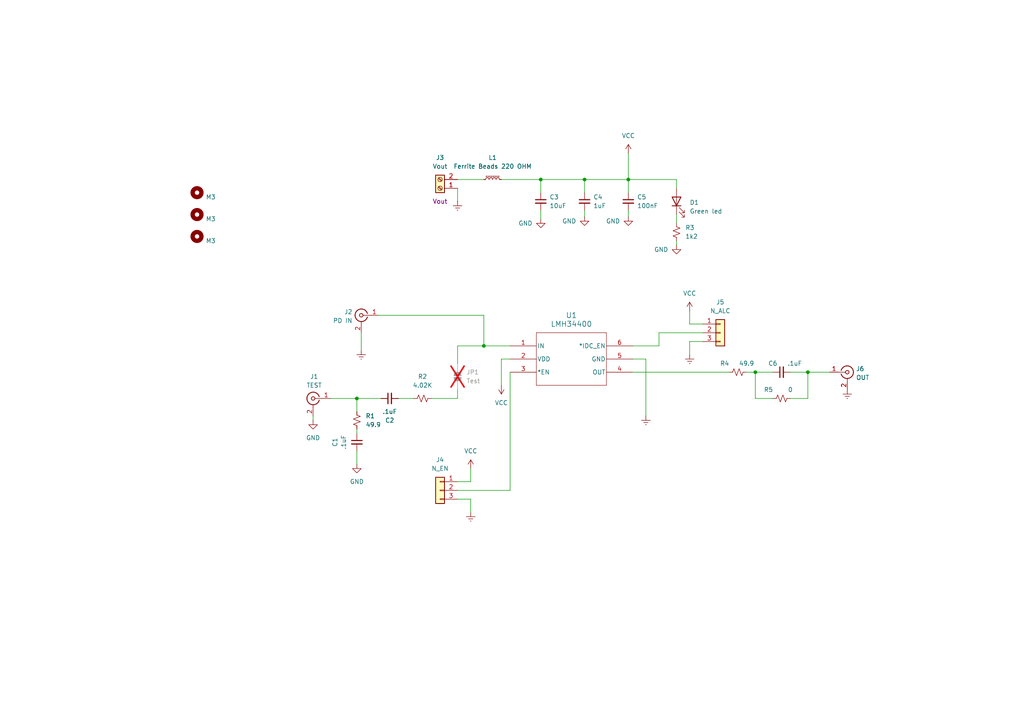
<source format=kicad_sch>
(kicad_sch (version 20231120) (generator "eeschema") (generator_version "8.0")
  (paper "A4")
  (lib_symbols
    (symbol "Connector:Conn_Coaxial" (pin_names (offset 1.016) hide)
      (property "Reference" "J" (at 0.254 3.048 0))
      (property "Value" "Conn_Coaxial" (at 2.921 0 90))
      (symbol "Conn_Coaxial_0_1"
        (arc (start -1.778 -0.508) (mid 0.2311 -1.8066) (end 1.778 0) (stroke (width 0.254)))
        (polyline (pts (xy -2.54 0) (xy -0.508 0)))
        (polyline (pts (xy 0 -2.54) (xy 0 -1.778)))
        (circle (center 0 0) (radius 0.508) (stroke (width 0.2032)))
        (arc (start 1.778 0) (mid 0.2099 1.8101) (end -1.778 0.508) (stroke (width 0.254)))
      )
      (symbol "Conn_Coaxial_1_1"
        (pin passive line (at -5.08 0 0) (length 2.54) (name "In") (number "1"))
        (pin passive line (at 0 -5.08 90) (length 2.54) (name "Ext") (number "2"))
      )
    )
    (symbol "Connector:Screw_Terminal_01x02" (pin_names (offset 1.016) hide)
      (property "Reference" "J" (at 0 2.54 0))
      (property "Value" "Screw_Terminal_01x02" (at 0 -5.08 0))
      (symbol "Screw_Terminal_01x02_1_1"
        (rectangle (start -1.27 1.27) (end 1.27 -3.81) (stroke (width 0.254)) (fill (type background)))
        (circle (center 0 -2.54) (radius 0.635) (stroke (width 0.1524)))
        (polyline (pts (xy -0.5334 -2.2098) (xy 0.3302 -3.048)) (stroke (width 0.1524)))
        (polyline (pts (xy -0.5334 0.3302) (xy 0.3302 -0.508)) (stroke (width 0.1524)))
        (polyline (pts (xy -0.3556 -2.032) (xy 0.508 -2.8702)) (stroke (width 0.1524)))
        (polyline (pts (xy -0.3556 0.508) (xy 0.508 -0.3302)) (stroke (width 0.1524)))
        (circle (center 0 0) (radius 0.635) (stroke (width 0.1524)))
        (pin passive line (at -5.08 0 0) (length 3.81) (name "Pin_1") (number "1"))
        (pin passive line (at -5.08 -2.54 0) (length 3.81) (name "Pin_2") (number "2"))
      )
    )
    (symbol "Connector_Generic:Conn_01x03" (pin_names (offset 1.016) hide)
      (property "Reference" "J" (at 0 5.08 0))
      (property "Value" "Conn_01x03" (at 0 -5.08 0))
      (symbol "Conn_01x03_1_1"
        (rectangle (start -1.27 -2.413) (end 0 -2.667) (stroke (width 0.1524)))
        (rectangle (start -1.27 0.127) (end 0 -0.127) (stroke (width 0.1524)))
        (rectangle (start -1.27 2.667) (end 0 2.413) (stroke (width 0.1524)))
        (rectangle (start -1.27 3.81) (end 1.27 -3.81) (stroke (width 0.254)) (fill (type background)))
        (pin passive line (at -5.08 2.54 0) (length 3.81) (name "Pin_1") (number "1"))
        (pin passive line (at -5.08 0 0) (length 3.81) (name "Pin_2") (number "2"))
        (pin passive line (at -5.08 -2.54 0) (length 3.81) (name "Pin_3") (number "3"))
      )
    )
    (symbol "Device:C_Small" (pin_numbers hide) (pin_names (offset 0.254) hide)
      (property "Reference" "C" (at 0.254 1.778 0))
      (property "Value" "C_Small" (at 0.254 -2.032 0))
      (symbol "C_Small_0_1"
        (polyline (pts (xy -1.524 -0.508) (xy 1.524 -0.508)) (stroke (width 0.3302)))
        (polyline (pts (xy -1.524 0.508) (xy 1.524 0.508)) (stroke (width 0.3048)))
      )
      (symbol "C_Small_1_1"
        (pin passive line (at 0 2.54 270) (length 2.032) (name "~") (number "1"))
        (pin passive line (at 0 -2.54 90) (length 2.032) (name "~") (number "2"))
      )
    )
    (symbol "Device:LED" (pin_numbers hide) (pin_names (offset 1.016) hide)
      (property "Reference" "D" (at 0 2.54 0))
      (property "Value" "LED" (at 0 -2.54 0))
      (symbol "LED_0_1"
        (polyline (pts (xy -1.27 -1.27) (xy -1.27 1.27)) (stroke (width 0.254)))
        (polyline (pts (xy -1.27 0) (xy 1.27 0)))
        (polyline (pts (xy 1.27 -1.27) (xy 1.27 1.27) (xy -1.27 0) (xy 1.27 -1.27)) (stroke (width 0.254)))
        (polyline (pts (xy -3.048 -0.762) (xy -4.572 -2.286) (xy -3.81 -2.286) (xy -4.572 -2.286) (xy -4.572 -1.524)))
        (polyline (pts (xy -1.778 -0.762) (xy -3.302 -2.286) (xy -2.54 -2.286) (xy -3.302 -2.286) (xy -3.302 -1.524)))
      )
      (symbol "LED_1_1"
        (pin passive line (at -3.81 0 0) (length 2.54) (name "K") (number "1"))
        (pin passive line (at 3.81 0 180) (length 2.54) (name "A") (number "2"))
      )
    )
    (symbol "Device:L_Ferrite_Small" (pin_numbers hide) (pin_names (offset 0.254) hide)
      (property "Reference" "L" (at 1.27 1.016 0))
      (property "Value" "L_Ferrite_Small" (at 1.27 -1.27 0))
      (symbol "L_Ferrite_Small_0_1"
        (arc (start 0 -2.032) (mid 0.5058 -1.524) (end 0 -1.016))
        (arc (start 0 -1.016) (mid 0.5058 -0.508) (end 0 0))
        (polyline (pts (xy 0.762 -1.905) (xy 0.762 -1.651)))
        (polyline (pts (xy 0.762 -1.397) (xy 0.762 -1.143)))
        (polyline (pts (xy 0.762 -0.889) (xy 0.762 -0.635)))
        (polyline (pts (xy 0.762 -0.381) (xy 0.762 -0.127)))
        (polyline (pts (xy 0.762 0.127) (xy 0.762 0.381)))
        (polyline (pts (xy 0.762 0.635) (xy 0.762 0.889)))
        (polyline (pts (xy 0.762 1.143) (xy 0.762 1.397)))
        (polyline (pts (xy 0.762 1.651) (xy 0.762 1.905)))
        (polyline (pts (xy 1.016 -1.651) (xy 1.016 -1.905)))
        (polyline (pts (xy 1.016 -1.143) (xy 1.016 -1.397)))
        (polyline (pts (xy 1.016 -0.635) (xy 1.016 -0.889)))
        (polyline (pts (xy 1.016 -0.127) (xy 1.016 -0.381)))
        (polyline (pts (xy 1.016 0.381) (xy 1.016 0.127)))
        (polyline (pts (xy 1.016 0.889) (xy 1.016 0.635)))
        (polyline (pts (xy 1.016 1.397) (xy 1.016 1.143)))
        (polyline (pts (xy 1.016 1.905) (xy 1.016 1.651)))
        (arc (start 0 0) (mid 0.5058 0.508) (end 0 1.016))
        (arc (start 0 1.016) (mid 0.5058 1.524) (end 0 2.032))
      )
      (symbol "L_Ferrite_Small_1_1"
        (pin passive line (at 0 2.54 270) (length 0.508) (name "~") (number "1"))
        (pin passive line (at 0 -2.54 90) (length 0.508) (name "~") (number "2"))
      )
    )
    (symbol "Device:R_Small_US" (pin_numbers hide) (pin_names (offset 0.254) hide)
      (property "Reference" "R" (at 0.762 0.508 0))
      (property "Value" "R_Small_US" (at 0.762 -1.016 0))
      (symbol "R_Small_US_1_1"
        (polyline (pts (xy 0 0) (xy 1.016 -0.381) (xy 0 -0.762) (xy -1.016 -1.143) (xy 0 -1.524)))
        (polyline (pts (xy 0 1.524) (xy 1.016 1.143) (xy 0 0.762) (xy -1.016 0.381) (xy 0 0)))
        (pin passive line (at 0 2.54 270) (length 1.016) (name "~") (number "1"))
        (pin passive line (at 0 -2.54 90) (length 1.016) (name "~") (number "2"))
      )
    )
    (symbol "Jumper:SolderJumper_2_Open" (pin_numbers hide) (pin_names (offset 0) hide) (exclude_from_sim yes) (in_bom no)
      (property "Reference" "JP" (at 0 2.032 0))
      (property "Value" "SolderJumper_2_Open" (at 0 -2.54 0))
      (symbol "SolderJumper_2_Open_0_1"
        (arc (start -0.254 1.016) (mid -1.2656 0) (end -0.254 -1.016))
        (arc (start -0.254 1.016) (mid -1.2656 0) (end -0.254 -1.016) (fill (type outline)))
        (polyline (pts (xy -0.254 1.016) (xy -0.254 -1.016)))
        (polyline (pts (xy 0.254 1.016) (xy 0.254 -1.016)))
        (arc (start 0.254 -1.016) (mid 1.2656 0) (end 0.254 1.016))
        (arc (start 0.254 -1.016) (mid 1.2656 0) (end 0.254 1.016) (fill (type outline)))
      )
      (symbol "SolderJumper_2_Open_1_1"
        (pin passive line (at -3.81 0 0) (length 2.54) (name "A") (number "1"))
        (pin passive line (at 3.81 0 180) (length 2.54) (name "B") (number "2"))
      )
    )
    (symbol "LumiCom_TIA:XLMH34400IDRLR" (pin_names (offset 0.254))
      (property "Reference" "U" (at 5.08 12.7 0))
      (property "Value" "XLMH34400IDRLR" (at 5.08 10.16 0))
      (symbol "XLMH34400IDRLR_0_1"
        (polyline (pts (xy -10.16 -7.62) (xy 10.16 -7.62)) (stroke (width 0.127)))
        (polyline (pts (xy -10.16 7.62) (xy -10.16 -7.62)) (stroke (width 0.127)))
        (polyline (pts (xy 10.16 -7.62) (xy 10.16 7.62)) (stroke (width 0.127)))
        (polyline (pts (xy 10.16 7.62) (xy -10.16 7.62)) (stroke (width 0.127)))
        (pin input line (at -17.78 3.81 0) (length 7.62) (name "IN") (number "1"))
        (pin power_in line (at -17.78 0 0) (length 7.62) (name "VDD") (number "2"))
        (pin input line (at -17.78 -3.81 0) (length 7.62) (name "*EN") (number "3"))
        (pin output line (at 17.78 -3.81 180) (length 7.62) (name "OUT") (number "4"))
        (pin power_out line (at 17.78 0 180) (length 7.62) (name "GND") (number "5"))
        (pin input line (at 17.78 3.81 180) (length 7.62) (name "*IDC_EN") (number "6"))
      )
    )
    (symbol "Mechanical:MountingHole" (pin_names (offset 1.016)) (exclude_from_sim yes) (in_bom no)
      (property "Reference" "H" (at 0 5.08 0))
      (property "Value" "MountingHole" (at 0 3.175 0))
      (symbol "MountingHole_0_1"
        (circle (center 0 0) (radius 1.27) (stroke (width 1.27)))
      )
    )
    (symbol "power:Earth" (power) (pin_numbers hide) (pin_names (offset 0) hide)
      (property "Value" "Earth" (at 0 -3.81 0))
      (symbol "Earth_0_1"
        (polyline (pts (xy -0.635 -1.905) (xy 0.635 -1.905)))
        (polyline (pts (xy -0.127 -2.54) (xy 0.127 -2.54)))
        (polyline (pts (xy 0 -1.27) (xy 0 0)))
        (polyline (pts (xy 1.27 -1.27) (xy -1.27 -1.27)))
      )
      (symbol "Earth_1_1"
        (pin power_in line (at 0 0 270) (length 0) (name "~") (number "1"))
      )
    )
    (symbol "power:GND" (power) (pin_numbers hide) (pin_names (offset 0) hide)
      (property "Value" "GND" (at 0 -3.81 0))
      (symbol "GND_0_1"
        (polyline (pts (xy 0 0) (xy 0 -1.27) (xy 1.27 -1.27) (xy 0 -2.54) (xy -1.27 -1.27) (xy 0 -1.27)))
      )
      (symbol "GND_1_1"
        (pin power_in line (at 0 0 270) (length 0) (name "~") (number "1"))
      )
    )
    (symbol "power:VCC" (power) (pin_numbers hide) (pin_names (offset 0) hide)
      (property "Value" "VCC" (at 0 3.556 0))
      (symbol "VCC_0_1"
        (polyline (pts (xy -0.762 1.27) (xy 0 2.54)))
        (polyline (pts (xy 0 0) (xy 0 2.54)))
        (polyline (pts (xy 0 2.54) (xy 0.762 1.27)))
      )
      (symbol "VCC_1_1"
        (pin power_in line (at 0 0 90) (length 0) (name "~") (number "1"))
      )
    )
  )
  (junction (at 140.335 100.33))
  (junction (at 182.245 52.07))
  (junction (at 219.075 107.95))
  (junction (at 169.545 52.07))
  (junction (at 103.505 115.57))
  (junction (at 234.315 107.95))
  (junction (at 156.845 52.07))
  (wire (pts (xy 145.415 111.76) (xy 145.415 104.14)))
  (wire (pts (xy 182.245 60.96) (xy 182.245 62.865)))
  (wire (pts (xy 229.235 115.57) (xy 234.315 115.57)))
  (wire (pts (xy 169.545 55.88) (xy 169.545 52.07)))
  (wire (pts (xy 95.885 115.57) (xy 103.505 115.57)))
  (wire (pts (xy 196.215 54.61) (xy 196.215 52.07)))
  (wire (pts (xy 132.715 113.03) (xy 132.715 115.57)))
  (wire (pts (xy 203.835 93.98) (xy 200.025 93.98)))
  (wire (pts (xy 140.335 100.33) (xy 147.955 100.33)))
  (wire (pts (xy 169.545 52.07) (xy 182.245 52.07)))
  (wire (pts (xy 103.505 115.57) (xy 110.49 115.57)))
  (wire (pts (xy 219.075 107.95) (xy 224.155 107.95)))
  (wire (pts (xy 132.715 54.61) (xy 132.715 58.42)))
  (wire (pts (xy 136.525 139.7) (xy 136.525 135.89)))
  (wire (pts (xy 182.245 55.88) (xy 182.245 52.07)))
  (wire (pts (xy 156.845 52.07) (xy 169.545 52.07)))
  (wire (pts (xy 115.57 115.57) (xy 120.015 115.57)))
  (wire (pts (xy 200.025 99.06) (xy 200.025 102.87)))
  (wire (pts (xy 191.135 96.52) (xy 203.835 96.52)))
  (wire (pts (xy 234.315 107.95) (xy 234.315 115.57)))
  (wire (pts (xy 200.025 93.98) (xy 200.025 90.17)))
  (wire (pts (xy 203.835 99.06) (xy 200.025 99.06)))
  (wire (pts (xy 240.665 107.95) (xy 234.315 107.95)))
  (wire (pts (xy 191.135 100.33) (xy 191.135 96.52)))
  (wire (pts (xy 183.515 104.14) (xy 187.325 104.14)))
  (wire (pts (xy 224.155 115.57) (xy 219.075 115.57)))
  (wire (pts (xy 103.505 134.62) (xy 103.505 130.81)))
  (wire (pts (xy 132.715 100.33) (xy 140.335 100.33)))
  (wire (pts (xy 132.715 52.07) (xy 140.335 52.07)))
  (wire (pts (xy 140.335 91.44) (xy 140.335 100.33)))
  (wire (pts (xy 156.845 60.96) (xy 156.845 63.5)))
  (wire (pts (xy 196.215 71.12) (xy 196.215 69.85)))
  (wire (pts (xy 145.415 104.14) (xy 147.955 104.14)))
  (wire (pts (xy 182.245 44.45) (xy 182.245 52.07)))
  (wire (pts (xy 156.845 52.07) (xy 156.845 55.88)))
  (wire (pts (xy 183.515 107.95) (xy 211.455 107.95)))
  (wire (pts (xy 103.505 125.73) (xy 103.505 124.46)))
  (wire (pts (xy 90.805 121.92) (xy 90.805 120.65)))
  (wire (pts (xy 187.325 104.14) (xy 187.325 120.65)))
  (wire (pts (xy 103.505 119.38) (xy 103.505 115.57)))
  (wire (pts (xy 132.715 139.7) (xy 136.525 139.7)))
  (wire (pts (xy 104.775 96.52) (xy 104.775 101.6)))
  (wire (pts (xy 196.215 52.07) (xy 182.245 52.07)))
  (wire (pts (xy 132.715 115.57) (xy 125.095 115.57)))
  (wire (pts (xy 183.515 100.33) (xy 191.135 100.33)))
  (wire (pts (xy 145.415 52.07) (xy 156.845 52.07)))
  (wire (pts (xy 196.215 64.77) (xy 196.215 62.23)))
  (wire (pts (xy 169.545 60.96) (xy 169.545 62.865)))
  (wire (pts (xy 109.855 91.44) (xy 140.335 91.44)))
  (wire (pts (xy 147.955 142.24) (xy 147.955 107.95)))
  (wire (pts (xy 216.535 107.95) (xy 219.075 107.95)))
  (wire (pts (xy 136.525 144.78) (xy 136.525 148.59)))
  (wire (pts (xy 132.715 100.33) (xy 132.715 105.41)))
  (wire (pts (xy 132.715 142.24) (xy 147.955 142.24)))
  (wire (pts (xy 219.075 115.57) (xy 219.075 107.95)))
  (wire (pts (xy 132.715 144.78) (xy 136.525 144.78)))
  (wire (pts (xy 234.315 107.95) (xy 229.235 107.95)))
  (symbol (lib_id "Connector_Generic:Conn_01x03") (at 208.915 96.52 0) (unit 1)
    (property "Reference" "J5" (at 208.915 87.63 0))
    (property "Value" "N_ALC" (at 208.915 90.17 0))
    (property "Footprint" "Connector_PinHeader_2.54mm:PinHeader_1x03_P2.54mm_Vertical" (effects (hide yes)))
    (property "Description" "3 way jumper. 2,54mm pitch pin header" (effects (hide yes)))
  )
  (symbol (lib_id "power:VCC") (at 145.415 111.76 180) (unit 1)
    (property "Reference" "#PWR07" (effects (hide yes)))
    (property "Value" "VCC" (at 145.415 116.84 0))
    (property "Description" "Power symbol creates a global label with name \"VCC\"" (effects (hide yes)))
  )
  (symbol (lib_id "power:Earth") (at 200.025 102.87 0) (mirror y) (unit 1)
    (property "Reference" "#PWR015" (effects (hide yes)))
    (property "Value" "GND" (effects (hide yes)))
  )
  (symbol (lib_id "Mechanical:MountingHole") (at 57.15 55.88 0) (unit 1) (exclude_from_sim yes) (in_bom no)
    (property "Reference" "H1" (effects (hide yes)))
    (property "Value" "M3" (at 59.69 57.1499 0) (effects (justify left)))
    (property "Footprint" "MountingHole:MountingHole_3.2mm_M3_DIN965" (effects (hide yes)))
    (property "Description" "M3 Mounting Hole" (effects (hide yes)))
  )
  (symbol (lib_id "power:Earth") (at 187.325 120.65 0) (mirror y) (unit 1)
    (property "Reference" "#PWR012" (effects (hide yes)))
    (property "Value" "GND" (effects (hide yes)))
  )
  (symbol (lib_id "power:VCC") (at 182.245 44.45 0) (unit 1)
    (property "Reference" "#PWR010" (effects (hide yes)))
    (property "Value" "VCC" (at 182.245 39.37 0))
    (property "Description" "Power symbol creates a global label with name \"VCC\"" (effects (hide yes)))
  )
  (symbol (lib_id "power:Earth") (at 136.525 148.59 0) (unit 1)
    (property "Reference" "#PWR06" (effects (hide yes)))
    (property "Value" "GND" (effects (hide yes)))
  )
  (symbol (lib_id "Device:L_Ferrite_Small") (at 142.875 52.07 90) (unit 1)
    (property "Reference" "L1" (at 142.875 45.72 90))
    (property "Value" " Ferrite Beads 220 OHM " (at 142.875 48.26 90))
    (property "Footprint" "Inductor_SMD:L_0603_1608Metric_Pad1.05x0.95mm_HandSolder" (effects (hide yes)))
    (property "Datasheet" "https://www.mouser.com/datasheet/2/281/ENFA0003-1915778.pdf" (effects (hide yes)))
    (property "Description" " Ferrite Beads 220 OHM 25% Alternate Sizing Guide Below " (effects (hide yes)))
    (property "Manufacturer" "Murata Electronics " (effects (hide yes)))
    (property "Manufacturer Part Number" " BLM18KG221SN1D " (effects (hide yes)))
    (property "Mouser Part Number" " 81-BLM18KG221SN1D " (effects (hide yes)))
  )
  (symbol (lib_id "power:VCC") (at 136.525 135.89 0) (unit 1)
    (property "Reference" "#PWR05" (effects (hide yes)))
    (property "Value" "VCC" (at 136.525 130.81 0))
    (property "Description" "Power symbol creates a global label with name \"VCC\"" (effects (hide yes)))
  )
  (symbol (lib_id "Mechanical:MountingHole") (at 57.15 62.23 0) (unit 1) (exclude_from_sim yes) (in_bom no)
    (property "Reference" "H2" (effects (hide yes)))
    (property "Value" "M3" (at 59.69 63.4999 0) (effects (justify left)))
    (property "Footprint" "MountingHole:MountingHole_3.2mm_M3_DIN965" (effects (hide yes)))
    (property "Description" "M3 Mounting Hole" (effects (hide yes)))
  )
  (symbol (lib_id "power:GND") (at 169.545 62.865 0) (unit 1)
    (property "Reference" "#PWR09" (effects (hide yes)))
    (property "Value" "GND" (at 165.1 64.135 0))
    (property "Description" "Power symbol creates a global label with name \"GND\" , ground" (effects (hide yes)))
  )
  (symbol (lib_id "Device:C_Small") (at 169.545 58.42 0) (unit 1)
    (property "Reference" "C4" (at 172.085 57.1562 0) (effects (justify left)))
    (property "Value" "1uF" (at 172.085 59.6962 0) (effects (justify left)))
    (property "Footprint" "Capacitor_SMD:C_0603_1608Metric_Pad1.08x0.95mm_HandSolder" (effects (hide yes)))
    (property "Datasheet" "https://www.mouser.com/datasheet/2/585/MLCC-1837944.pdf" (effects (hide yes)))
    (property "Description" "1uF+/-10% 10V X7R 16 0603" (effects (hide yes)))
    (property "Manufacturer" "Samsung Electro-Mechanics" (effects (hide yes)))
    (property "Manufacturer Part Number" " CL10B105KP8NNNC " (effects (hide yes)))
    (property "Mouser Part Number" " 187-CL10B105KP8NNNC " (effects (hide yes)))
  )
  (symbol (lib_id "Device:R_Small_US") (at 122.555 115.57 90) (unit 1)
    (property "Reference" "R2" (at 122.555 109.22 90))
    (property "Value" "4.02K" (at 122.555 111.76 90))
    (property "Footprint" "Resistor_SMD:R_0603_1608Metric_Pad0.98x0.95mm_HandSolder" (effects (hide yes)))
    (property "Datasheet" "https://www.vishay.com/doc?28705" (effects (hide yes)))
    (property "Description" "0603-50 1% P5 4K02 " (effects (hide yes)))
    (property "Manufacturer" " Vishay / Beyschlag " (effects (hide yes)))
    (property "Manufacturer Part Number" " MCT06030C4021FP500 " (effects (hide yes)))
    (property "Mouser Part Number" " 594-MCT06030C4021FP5 " (effects (hide yes)))
  )
  (symbol (lib_id "Connector:Screw_Terminal_01x02") (at 127.635 54.61 180) (unit 1)
    (property "Reference" "J3" (at 127.635 45.72 0))
    (property "Value" "Vout" (at 127.635 48.26 0))
    (property "Footprint" "TerminalBlock_Phoenix:TerminalBlock_Phoenix_MKDS-1,5-2_1x02_P5.00mm_Horizontal" (effects (hide yes)))
    (property "Description" "Vout" (at 127.635 58.42 0))
  )
  (symbol (lib_id "Connector:Conn_Coaxial") (at 90.805 115.57 0) (mirror y) (unit 1)
    (property "Reference" "J1" (at 91.1224 109.22 0))
    (property "Value" "TEST" (at 91.1224 111.76 0))
    (property "Footprint" "Connector_Coaxial:SMA_Samtec_SMA-J-P-X-ST-EM1_EdgeMount" (effects (hide yes)))
    (property "Datasheet" " ~" (effects (hide yes)))
    (property "Description" "SMA edge" (effects (hide yes)))
  )
  (symbol (lib_id "Jumper:SolderJumper_2_Open") (at 132.715 109.22 90) (unit 1) (exclude_from_sim yes) (dnp yes)
    (property "Reference" "JP1" (at 135.255 107.9499 90) (effects (justify right)))
    (property "Value" "Test" (at 135.255 110.4899 90) (effects (justify right)))
    (property "Footprint" "Resistor_SMD:R_0603_1608Metric_Pad0.98x0.95mm_HandSolder" (effects (hide yes)))
    (property "Datasheet" "https://www.vishay.com/doc?28952" (effects (hide yes)))
    (property "Description" " Thin Film Resistors .1W ZEROohm Jumper " (effects (hide yes)))
    (property "Manufacturer" " Vishay / Beyschlag " (effects (hide yes)))
    (property "Manufacturer Part Number" " MCT0603MZ0000ZP500 " (effects (hide yes)))
    (property "Mouser Part Number" " 594-MCT0603MZ0000ZP5 " (effects (hide yes)))
  )
  (symbol (lib_id "Device:LED") (at 196.215 58.42 90) (unit 1)
    (property "Reference" "D1" (at 200.025 58.7374 90) (effects (justify right)))
    (property "Value" "Green led" (at 200.025 61.2774 90) (effects (justify right)))
    (property "Footprint" "LumiCom_TIA:LEDC1608X80N" (effects (hide yes)))
    (property "Datasheet" "https://www.we-online.com/components/products/datasheet/150060VS75000.pdf" (effects (hide yes)))
    (property "Description" " Single Color LEDs WL-SMCW SMDMono TpVw Waterclr 0603 BrtGrn " (effects (hide yes)))
    (property "Manufacturer" "Wurth Elektronik " (effects (hide yes)))
    (property "Manufacturer Part Number" " 150060VS75000 " (effects (hide yes)))
    (property "Mouser Part Number" " 710-150060VS75000 " (effects (hide yes)))
  )
  (symbol (lib_id "Device:C_Small") (at 103.505 128.27 0) (mirror y) (unit 1)
    (property "Reference" "C1" (at 97.155 128.2763 90))
    (property "Value" ".1uF" (at 99.695 128.2763 90))
    (property "Footprint" "Capacitor_SMD:C_0402_1005Metric_Pad0.74x0.62mm_HandSolder" (effects (hide yes)))
    (property "Datasheet" "https://www.mouser.com/datasheet/2/40/530L-3392686.pdf" (effects (hide yes)))
    (property "Description" "16V 100nF 10% 0402" (effects (hide yes)))
    (property "Manufacturer" "KYOCERA AVX " (effects (hide yes)))
    (property "Manufacturer Part Number" "530L104KT16 " (effects (hide yes)))
    (property "Mouser Part Number" " 581-530L104KT16 " (effects (hide yes)))
  )
  (symbol (lib_id "Connector:Conn_Coaxial") (at 104.775 91.44 0) (mirror y) (unit 1)
    (property "Reference" "J2" (at 102.235 90.4631 0) (effects (justify left)))
    (property "Value" "PD IN" (at 102.235 93.0031 0) (effects (justify left)))
    (property "Footprint" "Connector_Coaxial:SMA_Samtec_SMA-J-P-X-ST-EM1_EdgeMount" (effects (hide yes)))
    (property "Datasheet" " ~" (effects (hide yes)))
    (property "Description" "SMA edge" (effects (hide yes)))
  )
  (symbol (lib_id "LumiCom_TIA:XLMH34400IDRLR") (at 165.735 104.14 0) (unit 1)
    (property "Reference" "U1" (at 165.735 91.44 0) (effects (font (size 1.524 1.524))))
    (property "Value" "LMH34400" (at 165.735 93.98 0) (effects (font (size 1.524 1.524))))
    (property "Footprint" "LumiCom_TIA:SOT5X3-6_DRL_TEX" (effects (hide yes)))
    (property "Datasheet" "https://www.ti.com/lit/gpn/lmh34400" (effects (hide yes)))
    (property "Description" " Transimpedance Amplifiers 240-MHz, single-ended, transimpedance amplifier with integrated clamp and ambient light cancellation 6-SOT-5X3 -40 to 125 " (effects (hide yes)))
    (property "Manufacturer" " Texas Instruments " (effects (hide yes)))
    (property "Manufacturer Part Number" " LMH34400IDRLR " (effects (hide yes)))
    (property "Mouser Part Number" " 595-LMH34400IDRLR " (effects (hide yes)))
  )
  (symbol (lib_id "power:GND") (at 156.845 63.5 0) (unit 1)
    (property "Reference" "#PWR08" (effects (hide yes)))
    (property "Value" "GND" (at 152.4 64.77 0))
    (property "Description" "Power symbol creates a global label with name \"GND\" , ground" (effects (hide yes)))
  )
  (symbol (lib_id "power:Earth") (at 104.775 101.6 0) (unit 1)
    (property "Reference" "#PWR03" (effects (hide yes)))
    (property "Value" "GND" (effects (hide yes)))
  )
  (symbol (lib_id "power:GND") (at 90.805 121.92 0) (unit 1)
    (property "Reference" "#PWR01" (effects (hide yes)))
    (property "Value" "GND" (at 90.805 127 0))
    (property "Description" "Power symbol creates a global label with name \"GND\" , ground" (effects (hide yes)))
  )
  (symbol (lib_id "power:VCC") (at 200.025 90.17 0) (mirror y) (unit 1)
    (property "Reference" "#PWR014" (effects (hide yes)))
    (property "Value" "VCC" (at 200.025 85.09 0))
    (property "Description" "Power symbol creates a global label with name \"VCC\"" (effects (hide yes)))
  )
  (symbol (lib_id "Device:R_Small_US") (at 103.505 121.92 0) (unit 1)
    (property "Reference" "R1" (at 106.045 120.6499 0) (effects (justify left)))
    (property "Value" "49.9" (at 106.045 123.1899 0) (effects (justify left)))
    (property "Footprint" "Resistor_SMD:R_0603_1608Metric_Pad0.98x0.95mm_HandSolder" (effects (hide yes)))
    (property "Datasheet" "https://www.vishay.com/doc?28705" (effects (hide yes)))
    (property "Description" "49.9ohm 1% 0603 50ppm Auto" (effects (hide yes)))
    (property "Manufacturer" "Vishay / Beyschlag" (effects (hide yes)))
    (property "Manufacturer Part Number" "MCT06030C4999FP500" (effects (hide yes)))
    (property "Mouser Part Number" " 594-MCT06030C4999FP5 " (effects (hide yes)))
  )
  (symbol (lib_id "Device:C_Small") (at 156.845 58.42 0) (unit 1)
    (property "Reference" "C3" (at 159.385 57.1562 0) (effects (justify left)))
    (property "Value" "10uF" (at 159.385 59.6962 0) (effects (justify left)))
    (property "Footprint" "Capacitor_SMD:C_0603_1608Metric_Pad1.08x0.95mm_HandSolder" (effects (hide yes)))
    (property "Datasheet" "https://www.mouser.com/datasheet/2/281/1/GRM188Z71A106MA73_01A-1986046.pdf" (effects (hide yes)))
    (property "Description" "10 uF 10 VDC 20% 0603 X7R" (effects (hide yes)))
    (property "Manufacturer" "Murata Electronics " (effects (hide yes)))
    (property "Manufacturer Part Number" "GRM188Z71A106MA73D" (effects (hide yes)))
    (property "Mouser Part Number" " 81-GRM188Z71A106MA3D " (effects (hide yes)))
  )
  (symbol (lib_id "Mechanical:MountingHole") (at 57.15 68.58 0) (unit 1) (exclude_from_sim yes) (in_bom no)
    (property "Reference" "H3" (effects (hide yes)))
    (property "Value" "M3" (at 59.69 69.8499 0) (effects (justify left)))
    (property "Footprint" "MountingHole:MountingHole_3.2mm_M3_DIN965" (effects (hide yes)))
    (property "Description" "M3 Mounting Hole" (effects (hide yes)))
  )
  (symbol (lib_id "Device:C_Small") (at 182.245 58.42 0) (unit 1)
    (property "Reference" "C5" (at 184.785 57.1562 0) (effects (justify left)))
    (property "Value" "100nF" (at 184.785 59.6962 0) (effects (justify left)))
    (property "Footprint" "Capacitor_SMD:C_0603_1608Metric_Pad1.08x0.95mm_HandSolder" (effects (hide yes)))
    (property "Datasheet" "https://www.mouser.com/datasheet/2/585/MLCC-1837944.pdf" (effects (hide yes)))
    (property "Description" "100nF+/-10% 16V X7R 0603" (effects (hide yes)))
    (property "Manufacturer" "Samsung Electro-Mechanics" (effects (hide yes)))
    (property "Manufacturer Part Number" "CL10B104KO8NFNC" (effects (hide yes)))
    (property "Mouser Part Number" " 187-CL10B104KO8NFNC " (effects (hide yes)))
  )
  (symbol (lib_id "Device:C_Small") (at 226.695 107.95 90) (unit 1)
    (property "Reference" "C6" (at 224.155 105.41 90))
    (property "Value" ".1uF" (at 230.505 105.41 90))
    (property "Footprint" "Capacitor_SMD:C_0402_1005Metric_Pad0.74x0.62mm_HandSolder" (effects (hide yes)))
    (property "Datasheet" "https://www.mouser.com/datasheet/2/40/530L-3392686.pdf" (effects (hide yes)))
    (property "Description" "16V 100nF 10% 0402" (effects (hide yes)))
    (property "Manufacturer" "KYOCERA AVX " (effects (hide yes)))
    (property "Manufacturer Part Number" "530L104KT16 " (effects (hide yes)))
    (property "Mouser Part Number" " 581-530L104KT16 " (effects (hide yes)))
  )
  (symbol (lib_id "power:GND") (at 103.505 134.62 0) (unit 1)
    (property "Reference" "#PWR02" (effects (hide yes)))
    (property "Value" "GND" (at 103.505 139.7 0))
    (property "Description" "Power symbol creates a global label with name \"GND\" , ground" (effects (hide yes)))
  )
  (symbol (lib_id "power:Earth") (at 245.745 113.03 0) (mirror y) (unit 1)
    (property "Reference" "#PWR016" (effects (hide yes)))
    (property "Value" "GND" (effects (hide yes)))
  )
  (symbol (lib_id "power:GND") (at 182.245 62.865 0) (unit 1)
    (property "Reference" "#PWR011" (effects (hide yes)))
    (property "Value" "GND" (at 177.8 64.135 0))
    (property "Description" "Power symbol creates a global label with name \"GND\" , ground" (effects (hide yes)))
  )
  (symbol (lib_id "power:Earth") (at 132.715 58.42 0) (unit 1)
    (property "Reference" "#PWR04" (effects (hide yes)))
    (property "Value" "GND" (effects (hide yes)))
  )
  (symbol (lib_id "Device:R_Small_US") (at 196.215 67.31 0) (unit 1)
    (property "Reference" "R3" (at 198.755 66.0399 0) (effects (justify left)))
    (property "Value" "1k2" (at 198.755 68.5799 0) (effects (justify left)))
    (property "Footprint" "Resistor_SMD:R_0603_1608Metric_Pad0.98x0.95mm_HandSolder" (effects (hide yes)))
    (property "Datasheet" "https://www.vishay.com/doc?28773" (effects (hide yes)))
    (property "Description" "1/8Watt 1.2Kohms 1% Commercial Use" (effects (hide yes)))
    (property "Manufacturer" "Vishay / Dale" (effects (hide yes)))
    (property "Manufacturer Part Number" "CRCW08051K20FKEAC" (effects (hide yes)))
    (property "Mouser Part Number" " 71-CRCW08051K20FKEAC " (effects (hide yes)))
  )
  (symbol (lib_id "Device:C_Small") (at 113.03 115.57 90) (mirror x) (unit 1)
    (property "Reference" "C2" (at 113.0363 121.92 90))
    (property "Value" ".1uF" (at 113.0363 119.38 90))
    (property "Footprint" "Capacitor_SMD:C_0402_1005Metric_Pad0.74x0.62mm_HandSolder" (effects (hide yes)))
    (property "Datasheet" "https://www.mouser.com/datasheet/2/40/530L-3392686.pdf" (effects (hide yes)))
    (property "Description" "16V 100nF 10% 0402" (effects (hide yes)))
    (property "Manufacturer" "KYOCERA AVX " (effects (hide yes)))
    (property "Manufacturer Part Number" "530L104KT16 " (effects (hide yes)))
    (property "Mouser Part Number" " 581-530L104KT16 " (effects (hide yes)))
  )
  (symbol (lib_id "Device:R_Small_US") (at 213.995 107.95 90) (unit 1)
    (property "Reference" "R4" (at 210.185 105.41 90))
    (property "Value" "49.9" (at 216.535 105.41 90))
    (property "Footprint" "Resistor_SMD:R_0603_1608Metric_Pad0.98x0.95mm_HandSolder" (effects (hide yes)))
    (property "Datasheet" "https://www.vishay.com/doc?28705" (effects (hide yes)))
    (property "Description" "49.9ohm 1% 0603 50ppm Auto" (effects (hide yes)))
    (property "Manufacturer" "Vishay / Beyschlag" (effects (hide yes)))
    (property "Manufacturer Part Number" "MCT06030C4999FP500" (effects (hide yes)))
    (property "Mouser Part Number" " 594-MCT06030C4999FP5 " (effects (hide yes)))
  )
  (symbol (lib_id "Connector:Conn_Coaxial") (at 245.745 107.95 0) (unit 1)
    (property "Reference" "J6" (at 248.285 106.9731 0) (effects (justify left)))
    (property "Value" "OUT" (at 248.285 109.5131 0) (effects (justify left)))
    (property "Footprint" "Connector_Coaxial:SMA_Samtec_SMA-J-P-X-ST-EM1_EdgeMount" (effects (hide yes)))
    (property "Datasheet" " ~" (effects (hide yes)))
    (property "Description" "SMA edge" (effects (hide yes)))
  )
  (symbol (lib_id "power:GND") (at 196.215 71.12 0) (unit 1)
    (property "Reference" "#PWR013" (effects (hide yes)))
    (property "Value" "GND" (at 191.77 72.39 0))
    (property "Description" "Power symbol creates a global label with name \"GND\" , ground" (effects (hide yes)))
  )
  (symbol (lib_id "Device:R_Small_US") (at 226.695 115.57 90) (unit 1)
    (property "Reference" "R5" (at 222.885 113.03 90))
    (property "Value" "0" (at 229.235 113.03 90))
    (property "Footprint" "Resistor_SMD:R_0603_1608Metric_Pad0.98x0.95mm_HandSolder" (effects (hide yes)))
    (property "Datasheet" "https://www.vishay.com/doc?28952" (effects (hide yes)))
    (property "Description" " Thin Film Resistors .1W ZEROohm Jumper " (effects (hide yes)))
    (property "Manufacturer" " Vishay / Beyschlag " (effects (hide yes)))
    (property "Manufacturer Part Number" " MCT0603MZ0000ZP500 " (effects (hide yes)))
    (property "Mouser Part Number" " 594-MCT0603MZ0000ZP5 " (effects (hide yes)))
  )
  (symbol (lib_id "Connector_Generic:Conn_01x03") (at 127.635 142.24 0) (mirror y) (unit 1)
    (property "Reference" "J4" (at 127.635 133.35 0))
    (property "Value" "N_EN" (at 127.635 135.89 0))
    (property "Footprint" "Connector_PinHeader_2.54mm:PinHeader_1x03_P2.54mm_Vertical" (effects (hide yes)))
    (property "Description" "3 way jumper. 2,54mm pitch pin header" (effects (hide yes)))
  )
)
</source>
